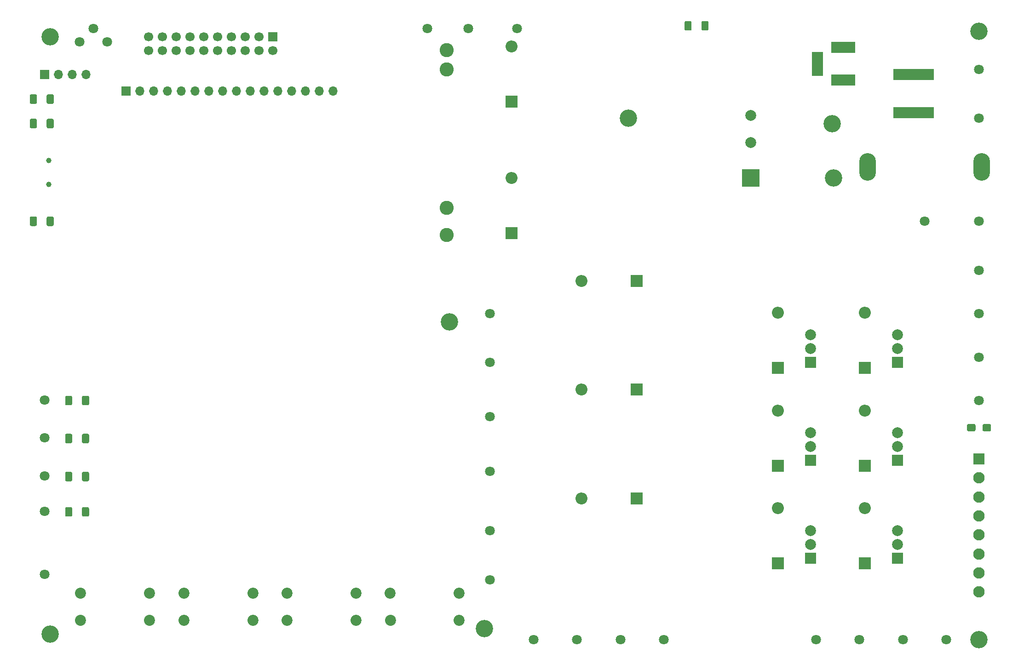
<source format=gbr>
%TF.GenerationSoftware,KiCad,Pcbnew,(5.1.7)-1*%
%TF.CreationDate,2020-11-10T11:56:55+09:00*%
%TF.ProjectId,BLDC_Motor_Controller_Ver1.0A_TEST,424c4443-5f4d-46f7-946f-725f436f6e74,Ver1.0A*%
%TF.SameCoordinates,Original*%
%TF.FileFunction,Soldermask,Bot*%
%TF.FilePolarity,Negative*%
%FSLAX46Y46*%
G04 Gerber Fmt 4.6, Leading zero omitted, Abs format (unit mm)*
G04 Created by KiCad (PCBNEW (5.1.7)-1) date 2020-11-10 11:56:56*
%MOMM*%
%LPD*%
G01*
G04 APERTURE LIST*
%ADD10C,3.200000*%
%ADD11R,1.700000X1.700000*%
%ADD12C,1.700000*%
%ADD13C,2.000000*%
%ADD14R,2.000000X2.000000*%
%ADD15R,3.200000X3.200000*%
%ADD16O,3.200000X3.200000*%
%ADD17O,2.200000X2.200000*%
%ADD18R,2.200000X2.200000*%
%ADD19O,3.048000X5.080000*%
%ADD20R,2.000000X4.500000*%
%ADD21R,4.500000X2.000000*%
%ADD22O,1.700000X1.700000*%
%ADD23C,2.100000*%
%ADD24R,2.100000X2.100000*%
%ADD25C,1.000000*%
%ADD26C,2.600000*%
%ADD27C,1.800000*%
%ADD28R,7.500000X2.000000*%
%ADD29C,2.030000*%
G04 APERTURE END LIST*
D10*
%TO.C,REF\u002A\u002A*%
X172500000Y-47000000D03*
%TD*%
%TO.C,REF\u002A\u002A*%
X146000000Y-141000000D03*
%TD*%
%TO.C,REF\u002A\u002A*%
X139500000Y-84500000D03*
%TD*%
D11*
%TO.C,J2*%
X107000000Y-32000000D03*
D12*
X107000000Y-34540000D03*
X104460000Y-32000000D03*
X104460000Y-34540000D03*
X101920000Y-32000000D03*
X101920000Y-34540000D03*
X99380000Y-32000000D03*
X99380000Y-34540000D03*
X96840000Y-32000000D03*
X96840000Y-34540000D03*
X94300000Y-32000000D03*
X94300000Y-34540000D03*
X91760000Y-32000000D03*
X91760000Y-34540000D03*
X89220000Y-32000000D03*
X89220000Y-34540000D03*
X86680000Y-32000000D03*
X86680000Y-34540000D03*
X84140000Y-32000000D03*
X84140000Y-34540000D03*
%TD*%
D13*
%TO.C,Q1*%
X206000000Y-86920000D03*
X206000000Y-89460000D03*
D14*
X206000000Y-92000000D03*
%TD*%
D10*
%TO.C,REF\u002A\u002A*%
X66000000Y-32000000D03*
%TD*%
%TO.C,REF\u002A\u002A*%
X66000000Y-142000000D03*
%TD*%
%TO.C,REF\u002A\u002A*%
X237000000Y-143000000D03*
%TD*%
%TO.C,REF\u002A\u002A*%
X210000000Y-48000000D03*
%TD*%
%TO.C,REF\u002A\u002A*%
X237000000Y-31000000D03*
%TD*%
%TO.C,C35*%
G36*
G01*
X234775000Y-104425001D02*
X234775000Y-103574999D01*
G75*
G02*
X235024999Y-103325000I249999J0D01*
G01*
X236100001Y-103325000D01*
G75*
G02*
X236350000Y-103574999I0J-249999D01*
G01*
X236350000Y-104425001D01*
G75*
G02*
X236100001Y-104675000I-249999J0D01*
G01*
X235024999Y-104675000D01*
G75*
G02*
X234775000Y-104425001I0J249999D01*
G01*
G37*
G36*
G01*
X237650000Y-104425001D02*
X237650000Y-103574999D01*
G75*
G02*
X237899999Y-103325000I249999J0D01*
G01*
X238975001Y-103325000D01*
G75*
G02*
X239225000Y-103574999I0J-249999D01*
G01*
X239225000Y-104425001D01*
G75*
G02*
X238975001Y-104675000I-249999J0D01*
G01*
X237899999Y-104675000D01*
G75*
G02*
X237650000Y-104425001I0J249999D01*
G01*
G37*
%TD*%
D15*
%TO.C,D2*%
X195000000Y-58000000D03*
D16*
X210240000Y-58000000D03*
%TD*%
D17*
%TO.C,D6*%
X151000000Y-58000000D03*
D18*
X151000000Y-68160000D03*
%TD*%
%TO.C,D7*%
X151000000Y-44000000D03*
D17*
X151000000Y-33840000D03*
%TD*%
D18*
%TO.C,D13*%
X174000000Y-77000000D03*
D17*
X163840000Y-77000000D03*
%TD*%
%TO.C,D14*%
X163840000Y-97000000D03*
D18*
X174000000Y-97000000D03*
%TD*%
%TO.C,D15*%
X174000000Y-117000000D03*
D17*
X163840000Y-117000000D03*
%TD*%
%TO.C,D25*%
X200000000Y-82840000D03*
D18*
X200000000Y-93000000D03*
%TD*%
%TO.C,D26*%
X216000000Y-93000000D03*
D17*
X216000000Y-82840000D03*
%TD*%
D18*
%TO.C,D27*%
X200000000Y-111000000D03*
D17*
X200000000Y-100840000D03*
%TD*%
%TO.C,D28*%
X216000000Y-100840000D03*
D18*
X216000000Y-111000000D03*
%TD*%
%TO.C,D29*%
X200000000Y-129000000D03*
D17*
X200000000Y-118840000D03*
%TD*%
%TO.C,D30*%
X216000000Y-118840000D03*
D18*
X216000000Y-129000000D03*
%TD*%
D19*
%TO.C,F1*%
X237500000Y-56000000D03*
X216500000Y-56000000D03*
%TD*%
D20*
%TO.C,J1*%
X207300000Y-37000000D03*
D21*
X212000000Y-40000000D03*
X212000000Y-34000000D03*
%TD*%
D11*
%TO.C,J3*%
X65000000Y-39000000D03*
D22*
X67540000Y-39000000D03*
X70080000Y-39000000D03*
X72620000Y-39000000D03*
%TD*%
D23*
%TO.C,J4*%
X237000000Y-120250000D03*
X237000000Y-116750000D03*
X237000000Y-113250000D03*
D24*
X237000000Y-109750000D03*
D23*
X237000000Y-123750000D03*
X237000000Y-127250000D03*
X237000000Y-130750000D03*
X237000000Y-134250000D03*
%TD*%
D11*
%TO.C,J5*%
X80000000Y-42000000D03*
D22*
X82540000Y-42000000D03*
X85080000Y-42000000D03*
X87620000Y-42000000D03*
X90160000Y-42000000D03*
X92700000Y-42000000D03*
X95240000Y-42000000D03*
X97780000Y-42000000D03*
X100320000Y-42000000D03*
X102860000Y-42000000D03*
X105400000Y-42000000D03*
X107940000Y-42000000D03*
X110480000Y-42000000D03*
X113020000Y-42000000D03*
X115560000Y-42000000D03*
X118100000Y-42000000D03*
%TD*%
D25*
%TO.C,J6*%
X65750000Y-54800000D03*
X65750000Y-59200000D03*
%TD*%
D26*
%TO.C,L1*%
X139000000Y-68500000D03*
X139000000Y-63500000D03*
%TD*%
%TO.C,L2*%
X139000000Y-38000000D03*
X139000000Y-34500000D03*
%TD*%
D14*
%TO.C,Q2*%
X222000000Y-92000000D03*
D13*
X222000000Y-89460000D03*
X222000000Y-86920000D03*
%TD*%
D14*
%TO.C,Q3*%
X206000000Y-110000000D03*
D13*
X206000000Y-107460000D03*
X206000000Y-104920000D03*
%TD*%
D14*
%TO.C,Q4*%
X222000000Y-110000000D03*
D13*
X222000000Y-107460000D03*
X222000000Y-104920000D03*
%TD*%
%TO.C,Q5*%
X206000000Y-122920000D03*
X206000000Y-125460000D03*
D14*
X206000000Y-128000000D03*
%TD*%
D13*
%TO.C,Q6*%
X222000000Y-122920000D03*
X222000000Y-125460000D03*
D14*
X222000000Y-128000000D03*
%TD*%
%TO.C,R1*%
G36*
G01*
X184100000Y-29375000D02*
X184100000Y-30625000D01*
G75*
G02*
X183850000Y-30875000I-250000J0D01*
G01*
X183050000Y-30875000D01*
G75*
G02*
X182800000Y-30625000I0J250000D01*
G01*
X182800000Y-29375000D01*
G75*
G02*
X183050000Y-29125000I250000J0D01*
G01*
X183850000Y-29125000D01*
G75*
G02*
X184100000Y-29375000I0J-250000D01*
G01*
G37*
G36*
G01*
X187200000Y-29375000D02*
X187200000Y-30625000D01*
G75*
G02*
X186950000Y-30875000I-250000J0D01*
G01*
X186150000Y-30875000D01*
G75*
G02*
X185900000Y-30625000I0J250000D01*
G01*
X185900000Y-29375000D01*
G75*
G02*
X186150000Y-29125000I250000J0D01*
G01*
X186950000Y-29125000D01*
G75*
G02*
X187200000Y-29375000I0J-250000D01*
G01*
G37*
%TD*%
%TO.C,R2*%
G36*
G01*
X73200000Y-98375000D02*
X73200000Y-99625000D01*
G75*
G02*
X72950000Y-99875000I-250000J0D01*
G01*
X72150000Y-99875000D01*
G75*
G02*
X71900000Y-99625000I0J250000D01*
G01*
X71900000Y-98375000D01*
G75*
G02*
X72150000Y-98125000I250000J0D01*
G01*
X72950000Y-98125000D01*
G75*
G02*
X73200000Y-98375000I0J-250000D01*
G01*
G37*
G36*
G01*
X70100000Y-98375000D02*
X70100000Y-99625000D01*
G75*
G02*
X69850000Y-99875000I-250000J0D01*
G01*
X69050000Y-99875000D01*
G75*
G02*
X68800000Y-99625000I0J250000D01*
G01*
X68800000Y-98375000D01*
G75*
G02*
X69050000Y-98125000I250000J0D01*
G01*
X69850000Y-98125000D01*
G75*
G02*
X70100000Y-98375000I0J-250000D01*
G01*
G37*
%TD*%
%TO.C,R3*%
G36*
G01*
X73200000Y-105375000D02*
X73200000Y-106625000D01*
G75*
G02*
X72950000Y-106875000I-250000J0D01*
G01*
X72150000Y-106875000D01*
G75*
G02*
X71900000Y-106625000I0J250000D01*
G01*
X71900000Y-105375000D01*
G75*
G02*
X72150000Y-105125000I250000J0D01*
G01*
X72950000Y-105125000D01*
G75*
G02*
X73200000Y-105375000I0J-250000D01*
G01*
G37*
G36*
G01*
X70100000Y-105375000D02*
X70100000Y-106625000D01*
G75*
G02*
X69850000Y-106875000I-250000J0D01*
G01*
X69050000Y-106875000D01*
G75*
G02*
X68800000Y-106625000I0J250000D01*
G01*
X68800000Y-105375000D01*
G75*
G02*
X69050000Y-105125000I250000J0D01*
G01*
X69850000Y-105125000D01*
G75*
G02*
X70100000Y-105375000I0J-250000D01*
G01*
G37*
%TD*%
%TO.C,R4*%
G36*
G01*
X70100000Y-112375000D02*
X70100000Y-113625000D01*
G75*
G02*
X69850000Y-113875000I-250000J0D01*
G01*
X69050000Y-113875000D01*
G75*
G02*
X68800000Y-113625000I0J250000D01*
G01*
X68800000Y-112375000D01*
G75*
G02*
X69050000Y-112125000I250000J0D01*
G01*
X69850000Y-112125000D01*
G75*
G02*
X70100000Y-112375000I0J-250000D01*
G01*
G37*
G36*
G01*
X73200000Y-112375000D02*
X73200000Y-113625000D01*
G75*
G02*
X72950000Y-113875000I-250000J0D01*
G01*
X72150000Y-113875000D01*
G75*
G02*
X71900000Y-113625000I0J250000D01*
G01*
X71900000Y-112375000D01*
G75*
G02*
X72150000Y-112125000I250000J0D01*
G01*
X72950000Y-112125000D01*
G75*
G02*
X73200000Y-112375000I0J-250000D01*
G01*
G37*
%TD*%
%TO.C,R5*%
G36*
G01*
X70100000Y-118875000D02*
X70100000Y-120125000D01*
G75*
G02*
X69850000Y-120375000I-250000J0D01*
G01*
X69050000Y-120375000D01*
G75*
G02*
X68800000Y-120125000I0J250000D01*
G01*
X68800000Y-118875000D01*
G75*
G02*
X69050000Y-118625000I250000J0D01*
G01*
X69850000Y-118625000D01*
G75*
G02*
X70100000Y-118875000I0J-250000D01*
G01*
G37*
G36*
G01*
X73200000Y-118875000D02*
X73200000Y-120125000D01*
G75*
G02*
X72950000Y-120375000I-250000J0D01*
G01*
X72150000Y-120375000D01*
G75*
G02*
X71900000Y-120125000I0J250000D01*
G01*
X71900000Y-118875000D01*
G75*
G02*
X72150000Y-118625000I250000J0D01*
G01*
X72950000Y-118625000D01*
G75*
G02*
X73200000Y-118875000I0J-250000D01*
G01*
G37*
%TD*%
%TO.C,R33*%
G36*
G01*
X65400000Y-66625000D02*
X65400000Y-65375000D01*
G75*
G02*
X65650000Y-65125000I250000J0D01*
G01*
X66450000Y-65125000D01*
G75*
G02*
X66700000Y-65375000I0J-250000D01*
G01*
X66700000Y-66625000D01*
G75*
G02*
X66450000Y-66875000I-250000J0D01*
G01*
X65650000Y-66875000D01*
G75*
G02*
X65400000Y-66625000I0J250000D01*
G01*
G37*
G36*
G01*
X62300000Y-66625000D02*
X62300000Y-65375000D01*
G75*
G02*
X62550000Y-65125000I250000J0D01*
G01*
X63350000Y-65125000D01*
G75*
G02*
X63600000Y-65375000I0J-250000D01*
G01*
X63600000Y-66625000D01*
G75*
G02*
X63350000Y-66875000I-250000J0D01*
G01*
X62550000Y-66875000D01*
G75*
G02*
X62300000Y-66625000I0J250000D01*
G01*
G37*
%TD*%
%TO.C,R34*%
G36*
G01*
X65400000Y-44125000D02*
X65400000Y-42875000D01*
G75*
G02*
X65650000Y-42625000I250000J0D01*
G01*
X66450000Y-42625000D01*
G75*
G02*
X66700000Y-42875000I0J-250000D01*
G01*
X66700000Y-44125000D01*
G75*
G02*
X66450000Y-44375000I-250000J0D01*
G01*
X65650000Y-44375000D01*
G75*
G02*
X65400000Y-44125000I0J250000D01*
G01*
G37*
G36*
G01*
X62300000Y-44125000D02*
X62300000Y-42875000D01*
G75*
G02*
X62550000Y-42625000I250000J0D01*
G01*
X63350000Y-42625000D01*
G75*
G02*
X63600000Y-42875000I0J-250000D01*
G01*
X63600000Y-44125000D01*
G75*
G02*
X63350000Y-44375000I-250000J0D01*
G01*
X62550000Y-44375000D01*
G75*
G02*
X62300000Y-44125000I0J250000D01*
G01*
G37*
%TD*%
%TO.C,R35*%
G36*
G01*
X62300000Y-48625000D02*
X62300000Y-47375000D01*
G75*
G02*
X62550000Y-47125000I250000J0D01*
G01*
X63350000Y-47125000D01*
G75*
G02*
X63600000Y-47375000I0J-250000D01*
G01*
X63600000Y-48625000D01*
G75*
G02*
X63350000Y-48875000I-250000J0D01*
G01*
X62550000Y-48875000D01*
G75*
G02*
X62300000Y-48625000I0J250000D01*
G01*
G37*
G36*
G01*
X65400000Y-48625000D02*
X65400000Y-47375000D01*
G75*
G02*
X65650000Y-47125000I250000J0D01*
G01*
X66450000Y-47125000D01*
G75*
G02*
X66700000Y-47375000I0J-250000D01*
G01*
X66700000Y-48625000D01*
G75*
G02*
X66450000Y-48875000I-250000J0D01*
G01*
X65650000Y-48875000D01*
G75*
G02*
X65400000Y-48625000I0J250000D01*
G01*
G37*
%TD*%
D27*
%TO.C,RV1*%
X74000000Y-30500000D03*
X71500000Y-33000000D03*
X76500000Y-33000000D03*
%TD*%
D28*
%TO.C,SW1*%
X225000000Y-39000000D03*
X225000000Y-46000000D03*
%TD*%
D29*
%TO.C,SW3*%
X84350000Y-134500000D03*
X71650000Y-134500000D03*
X71660000Y-139500000D03*
X84350000Y-139500000D03*
%TD*%
%TO.C,SW4*%
X103350000Y-139500000D03*
X90660000Y-139500000D03*
X90650000Y-134500000D03*
X103350000Y-134500000D03*
%TD*%
%TO.C,SW5*%
X122350000Y-134500000D03*
X109650000Y-134500000D03*
X109660000Y-139500000D03*
X122350000Y-139500000D03*
%TD*%
%TO.C,SW6*%
X141350000Y-139500000D03*
X128660000Y-139500000D03*
X128650000Y-134500000D03*
X141350000Y-134500000D03*
%TD*%
D13*
%TO.C,TH1*%
X195000000Y-51500000D03*
X195000000Y-46500000D03*
%TD*%
D27*
%TO.C,TP1(+24V)*%
X237000000Y-38000000D03*
%TD*%
%TO.C,TP2(+3.3V)*%
X135500000Y-30500000D03*
%TD*%
%TO.C,TP3(+12V)*%
X237000000Y-47000000D03*
%TD*%
%TO.C,TP4(+5V)*%
X143000000Y-30500000D03*
%TD*%
%TO.C,TP5*%
X65000000Y-98880000D03*
%TD*%
%TO.C,TP6*%
X65000000Y-105880000D03*
%TD*%
%TO.C,TP7*%
X65000000Y-112880000D03*
%TD*%
%TO.C,TP8*%
X65000000Y-119380000D03*
%TD*%
%TO.C,TP9(GND)*%
X152000000Y-30500000D03*
%TD*%
%TO.C,TP10(GND)*%
X65000000Y-131000000D03*
%TD*%
%TO.C,TP11(GNDPWR)*%
X237000000Y-75000000D03*
%TD*%
%TO.C,TP12(GNDPWR)*%
X237000000Y-66000000D03*
%TD*%
%TO.C,TP13(UT)*%
X147000000Y-83000000D03*
%TD*%
%TO.C,TP14(VT)*%
X147000000Y-102000000D03*
%TD*%
%TO.C,TP15(WT)*%
X147000000Y-123000000D03*
%TD*%
%TO.C,TP16(UB)*%
X147000000Y-92000000D03*
%TD*%
%TO.C,TP17(VB)*%
X147000000Y-112000000D03*
%TD*%
%TO.C,TP18(WB)*%
X147000000Y-132000000D03*
%TD*%
%TO.C,TP19(GNDPWR)*%
X227000000Y-66000000D03*
%TD*%
%TO.C,TP20(GNDPWR)*%
X231000000Y-143000000D03*
%TD*%
%TO.C,TP21(U)*%
X237000000Y-83000000D03*
%TD*%
%TO.C,TP22(HA)*%
X207000000Y-143000000D03*
%TD*%
%TO.C,TP23(V)*%
X237000000Y-91000000D03*
%TD*%
%TO.C,TP24(HB)*%
X215000000Y-143000000D03*
%TD*%
%TO.C,TP25(W)*%
X237000000Y-99000000D03*
%TD*%
%TO.C,TP26(HC)*%
X223000000Y-143000000D03*
%TD*%
%TO.C,TP27*%
X155000000Y-143000000D03*
%TD*%
%TO.C,TP28*%
X163000000Y-143000000D03*
%TD*%
%TO.C,TP29*%
X171000000Y-143000000D03*
%TD*%
%TO.C,TP30*%
X179000000Y-143000000D03*
%TD*%
M02*

</source>
